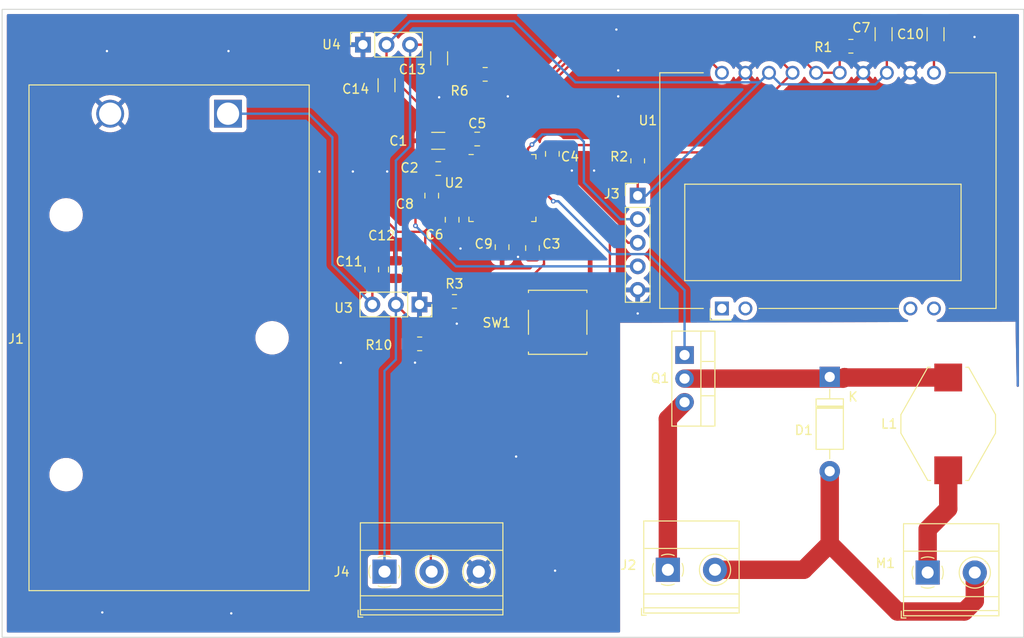
<source format=kicad_pcb>
(kicad_pcb (version 20211014) (generator pcbnew)
  (title_block (title "Ball Launcher for Pets") (date "2023-02-05") (comment 1 "Lucas Resende Carneiro - 11811ECP009") (comment 2 "Gabriel Cardoso Mendes de Ataide - 11811ECP008"))
  (layers (0 "F.Cu" signal) (31 "B.Cu" signal) (34 "B.Paste" user) (35 "F.Paste" user) (36 "B.SilkS" user "B.Silkscreen") (37 "F.SilkS" user "F.Silkscreen") (38 "B.Mask" user) (39 "F.Mask" user) (44 "Edge.Cuts" user))
  (net 0 "")
  (net 1 "+3V3")
  (net 2 "GND")
  (net 3 "/NRST")
  (net 4 "Net-(C9-Pad1)")
  (net 5 "Net-(C10-Pad1)")
  (net 6 "Net-(C11-Pad1)")
  (net 7 "+5V")
  (net 8 "Net-(D1-Pad1)")
  (net 9 "/GND 12V")
  (net 10 "+12V")
  (net 11 "/SWDIO")
  (net 12 "/SWCLK")
  (net 13 "/PA9")
  (net 14 "Net-(L1-Pad2)")
  (net 15 "/PA8")
  (net 16 "/PB12")
  (net 17 "Net-(R6-Pad2)")
  (net 22 "/PB7")
  (net 23 "/PB6")
  (net 24 "/PB5")
  (footprint "Capacitor_SMD:C_0805_2012Metric" (layer "F.Cu") (at 218.305 114.68 -90)
    (fp_text reference "C8" (at 0.9 2.9 180) (layer "F.SilkS"))
    (fp_text value "0.1uF")
    (pad "1" smd roundrect (at -0.95 0 270) (size 1 1.45) (layers "F.Cu" "F.Paste" "F.Mask") (net 3 "/NRST"))
    (pad "2" smd roundrect (at 0.95 0 270) (size 1 1.45) (layers "F.Cu" "F.Paste" "F.Mask") (net 2 "GND"))
  )
  (footprint "Resistor_SMD:R_0805_2012Metric" (layer "F.Cu") (at 263.48 98.58 180)
    (fp_text reference "R1" (at 2.975 -0.1) (layer "F.SilkS"))
    (fp_text value "2.2K")
    (pad "1" smd roundrect (at -0.9125 0 180) (size 1.025 1.4) (layers "F.Cu" "F.Paste" "F.Mask") (roundrect_rratio 0.243902) (net 1 "+3V3"))
    (pad "2" smd roundrect (at 0.9125 0 180) (size 1.025 1.4) (layers "F.Cu" "F.Paste" "F.Mask") (roundrect_rratio 0.243902) (net 22 "/PB7"))
  )
  (footprint "Capacitor_SMD:C_0805_2012Metric" (layer "F.Cu") (at 231.305 110.18 -90)
    (fp_text reference "C4" (at 0.3 -1.9 180) (layer "F.SilkS"))
    (fp_text value "100nF")
    (pad "1" smd roundrect (at -0.95 0 270) (size 1 1.45) (layers "F.Cu" "F.Paste" "F.Mask") (net 1 "+3V3"))
    (pad "2" smd roundrect (at 0.95 0 270) (size 1 1.45) (layers "F.Cu" "F.Paste" "F.Mask") (net 2 "GND"))
  )
  (footprint "Display:EA_DOGS104X-A" (layer "F.Cu") (at 249.575 126.8375 90)
    (fp_text reference "U1" (at 20.2575 -7.97 180) (layer "F.SilkS"))
    (fp_text value "EA_DOGS104B-A")
    (pad "1" thru_hole rect (at 0 0 90) (size 1.5 1.5) (drill 1) (layers *.Cu *.Mask))
    (pad "2" thru_hole circle (at 0 2.54 90) (size 1.5 1.5) (drill 1) (layers *.Cu *.Mask))
    (pad "9" thru_hole circle (at 0 20.32 90) (size 1.5 1.5) (drill 1) (layers *.Cu *.Mask))
    (pad "10" thru_hole circle (at 0 22.86 90) (size 1.5 1.5) (drill 1) (layers *.Cu *.Mask))
    (pad "11" thru_hole circle (at 25.4 22.86 90) (size 1.5 1.5) (drill 1) (layers *.Cu *.Mask) (net 5 "Net-(C10-Pad1)"))
    (pad "12" thru_hole circle (at 25.4 20.32 90) (size 1.5 1.5) (drill 1) (layers *.Cu *.Mask) (net 2 "GND"))
    (pad "13" thru_hole circle (at 25.4 17.78 90) (size 1.5 1.5) (drill 1) (layers *.Cu *.Mask) (net 1 "+3V3"))
    (pad "14" thru_hole circle (at 25.4 15.24 90) (size 1.5 1.5) (drill 1) (layers *.Cu *.Mask) (net 2 "GND"))
    (pad "15" thru_hole circle (at 25.4 12.7 90) (size 1.5 1.5) (drill 1) (layers *.Cu *.Mask) (net 22 "/PB7"))
    (pad "16" thru_hole circle (at 25.4 10.16 90) (size 1.5 1.5) (drill 1) (layers *.Cu *.Mask) (net 22 "/PB7"))
    (pad "17" thru_hole circle (at 25.4 7.62 90) (size 1.5 1.5) (drill 1) (layers *.Cu *.Mask) (net 23 "/PB6"))
    (pad "18" thru_hole circle (at 25.4 5.08 90) (size 1.5 1.5) (drill 1) (layers *.Cu *.Mask) (net 1 "+3V3"))
    (pad "19" thru_hole circle (at 25.4 2.54 90) (size 1.5 1.5) (drill 1) (layers *.Cu *.Mask) (net 2 "GND"))
    (pad "20" thru_hole circle (at 25.4 0 90) (size 1.5 1.5) (drill 1) (layers *.Cu *.Mask) (net 24 "/PB5"))
  )
  (footprint "Button_Switch_SMD:SW_SPST_B3S-1000" (layer "F.Cu") (at 231.88 128.33 180)
    (fp_text reference "SW1" (at 6.575 -0.05) (layer "F.SilkS"))
    (fp_text value "Button")
    (pad "1" smd rect (at 3.975 -2.25 180) (size 1.55 1.3) (layers "F.Cu" "F.Paste" "F.Mask") (net 2 "GND"))
    (pad "1" smd rect (at -3.975 -2.25 180) (size 1.55 1.3) (layers "F.Cu" "F.Paste" "F.Mask") (net 2 "GND"))
    (pad "2" smd rect (at -3.975 2.25 180) (size 1.55 1.3) (layers "F.Cu" "F.Paste" "F.Mask") (net 16 "/PB12"))
    (pad "2" smd rect (at 3.975 2.25 180) (size 1.55 1.3) (layers "F.Cu" "F.Paste" "F.Mask") (net 16 "/PB12"))
  )
  (footprint "Capacitor_SMD:C_1206_3216Metric" (layer "F.Cu") (at 219.005 108.77 180)
    (fp_text reference "C1" (at 4.3 -0.01) (layer "F.SilkS"))
    (fp_text value "10uF")
    (pad "1" smd roundrect (at -1.475 0 180) (size 1.15 1.8) (layers "F.Cu" "F.Paste" "F.Mask") (roundrect_rratio 0.217391) (net 1 "+3V3"))
    (pad "2" smd roundrect (at 1.475 0 180) (size 1.15 1.8) (layers "F.Cu" "F.Paste" "F.Mask") (roundrect_rratio 0.217391) (net 2 "GND"))
  )
  (footprint "Capacitor_SMD:C_0805_2012Metric" (layer "F.Cu") (at 225.89 120.231252 -90)
    (fp_text reference "C9" (at -0.351252 1.985 180) (layer "F.SilkS"))
    (fp_text value "4.7uF")
    (pad "1" smd roundrect (at -0.95 0 270) (size 1 1.45) (layers "F.Cu" "F.Paste" "F.Mask") (net 4 "Net-(C9-Pad1)"))
    (pad "2" smd roundrect (at 0.95 0 270) (size 1 1.45) (layers "F.Cu" "F.Paste" "F.Mask") (net 2 "GND"))
  )
  (footprint "Connector_PinHeader_2.54mm:PinHeader_1x05_P2.54mm_Vertical" (layer "F.Cu") (at 240.505 114.68)
    (fp_text reference "J3" (at -2.8 -0.2) (layer "F.SilkS"))
    (fp_text value "STLINK")
    (pad "1" thru_hole rect (at 0 0) (size 1.7 1.7) (drill 1) (layers *.Cu *.Mask) (net 1 "+3V3"))
    (pad "2" thru_hole oval (at 0 2.54) (size 1.7 1.7) (drill 1) (layers *.Cu *.Mask) (net 12 "/SWCLK"))
    (pad "3" thru_hole oval (at 0 5.08) (size 1.7 1.7) (drill 1) (layers *.Cu *.Mask) (net 11 "/SWDIO"))
    (pad "4" thru_hole oval (at 0 7.62) (size 1.7 1.7) (drill 1) (layers *.Cu *.Mask) (net 3 "/NRST"))
    (pad "5" thru_hole oval (at 0 10.16) (size 1.7 1.7) (drill 1) (layers *.Cu *.Mask) (net 2 "GND"))
  )
  (footprint "TerminalBlock_Phoenix:TerminalBlock_Phoenix_MKDS-1,5-2-5.08_1x02_P5.08mm_Horizontal" (layer "F.Cu") (at 271.755 155.3)
    (fp_text reference "M1" (at -4.555 -1) (layer "F.SilkS"))
    (fp_text value "Motor DC 50W")
    (pad "1" thru_hole rect (at 0 0) (size 2.6 2.6) (drill 1.3) (layers *.Cu *.Mask) (net 14 "Net-(L1-Pad2)"))
    (pad "2" thru_hole circle (at 5.08 0) (size 2.6 2.6) (drill 1.3) (layers *.Cu *.Mask) (net 9 "/GND 12V"))
  )
  (footprint "Capacitor_SMD:C_0805_2012Metric" (layer "F.Cu") (at 229.165 120.33 -90)
    (fp_text reference "C3" (at -0.45 -2.04 180) (layer "F.SilkS"))
    (fp_text value "100nF")
    (pad "1" smd roundrect (at -0.95 0 270) (size 1 1.45) (layers "F.Cu" "F.Paste" "F.Mask") (net 1 "+3V3"))
    (pad "2" smd roundrect (at 0.95 0 270) (size 1 1.45) (layers "F.Cu" "F.Paste" "F.Mask") (net 2 "GND"))
  )
  (footprint "Resistor_SMD:R_0805_2012Metric" (layer "F.Cu") (at 217.005 130.655)
    (fp_text reference "R10" (at -4.4 0.125) (layer "F.SilkS"))
    (fp_text value "10K")
    (pad "1" smd roundrect (at -0.9125 0) (size 1.025 1.4) (layers "F.Cu" "F.Paste" "F.Mask") (roundrect_rratio 0.243902) (net 7 "+5V"))
    (pad "2" smd roundrect (at 0.9125 0) (size 1.025 1.4) (layers "F.Cu" "F.Paste" "F.Mask") (roundrect_rratio 0.243902) (net 13 "/PA9"))
  )
  (footprint "Capacitor_SMD:C_1206_3216Metric" (layer "F.Cu") (at 219.105 99.88 -90)
    (fp_text reference "C13" (at 1.2 2.9 180) (layer "F.SilkS"))
    (fp_text value "4.7uF")
    (pad "1" smd roundrect (at -1.475 0 270) (size 1.15 1.8) (layers "F.Cu" "F.Paste" "F.Mask") (roundrect_rratio 0.217391) (net 7 "+5V"))
    (pad "2" smd roundrect (at 1.475 0 270) (size 1.15 1.8) (layers "F.Cu" "F.Paste" "F.Mask") (roundrect_rratio 0.217391) (net 2 "GND"))
  )
  (footprint "Battery:BatteryHolder_Eagle_12BH611-GR" (layer "F.Cu") (at 196.35 105.85 90)
    (fp_text reference "J1" (at -24.27 -22.85 180) (layer "F.SilkS"))
    (fp_text value "Battery 9V")
    (pad "" np_thru_hole circle (at -10.9 -17.45 90) (size 2.6 2.6) (drill 2.6) (layers *.Cu *.Mask))
    (pad "" np_thru_hole circle (at -38.9 -17.45 90) (size 2.6 2.6) (drill 2.6) (layers *.Cu *.Mask))
    (pad "" np_thru_hole circle (at -24.15 4.75 90) (size 2.6 2.6) (drill 2.6) (layers *.Cu *.Mask))
    (pad "1" thru_hole rect (at 0 0 90) (size 3 3) (drill 2.4) (layers *.Cu *.Mask) (net 6 "Net-(C11-Pad1)"))
    (pad "2" thru_hole circle (at 0 -12.7 90) (size 3 3) (drill 2.4) (layers *.Cu *.Mask) (net 2 "GND"))
  )
  (footprint "Capacitor_SMD:C_0805_2012Metric" (layer "F.Cu") (at 214.385 122.6475 90)
    (fp_text reference "C12" (at 3.6675 -1.48 180) (layer "F.SilkS"))
    (fp_text value "330nF")
    (pad "1" smd roundrect (at -0.95 0 90) (size 1 1.45) (layers "F.Cu" "F.Paste" "F.Mask") (net 7 "+5V"))
    (pad "2" smd roundrect (at 0.95 0 90) (size 1 1.45) (layers "F.Cu" "F.Paste" "F.Mask") (net 2 "GND"))
  )
  (footprint "Resistor_SMD:R_0805_2012Metric" (layer "F.Cu") (at 220.7525 126.0825)
    (fp_text reference "R3" (at 0 -1.9025) (layer "F.SilkS"))
    (fp_text value "10K")
    (pad "1" smd roundrect (at -0.9125 0) (size 1.025 1.4) (layers "F.Cu" "F.Paste" "F.Mask") (roundrect_rratio 0.243902) (net 1 "+3V3"))
    (pad "2" smd roundrect (at 0.9125 0) (size 1.025 1.4) (layers "F.Cu" "F.Paste" "F.Mask") (roundrect_rratio 0.243902) (net 16 "/PB12"))
  )
  (footprint "Connector_PinSocket_2.54mm:PinSocket_1x03_P2.54mm_Vertical" (layer "F.Cu") (at 216.985 126.41 -90)
    (fp_text reference "U3" (at 0.37 8.18 180) (layer "F.SilkS"))
    (fp_text value "LM1117-5.0")
    (pad "1" thru_hole rect (at 0 0 270) (size 1.7 1.7) (drill 1) (layers *.Cu *.Mask) (net 2 "GND"))
    (pad "2" thru_hole oval (at 0 2.54 270) (size 1.7 1.7) (drill 1) (layers *.Cu *.Mask) (net 7 "+5V"))
    (pad "3" thru_hole oval (at 0 5.08 270) (size 1.7 1.7) (drill 1) (layers *.Cu *.Mask) (net 6 "Net-(C11-Pad1)"))
  )
  (footprint "Capacitor_SMD:C_0805_2012Metric" (layer "F.Cu") (at 211.845 122.6475 90)
    (fp_text reference "C11" (at 0.8675 -2.44 180) (layer "F.SilkS"))
    (fp_text value "330nF")
    (pad "1" smd roundrect (at -0.95 0 90) (size 1 1.45) (layers "F.Cu" "F.Paste" "F.Mask") (net 6 "Net-(C11-Pad1)"))
    (pad "2" smd roundrect (at 0.95 0 90) (size 1 1.45) (layers "F.Cu" "F.Paste" "F.Mask") (net 2 "GND"))
  )
  (footprint "Resistor_SMD:R_0805_2012Metric" (layer "F.Cu") (at 224.065 101.6075)
    (fp_text reference "R6" (at -2.76 1.7725) (layer "F.SilkS"))
    (fp_text value "10K")
    (pad "1" smd roundrect (at -0.9125 0) (size 1.025 1.4) (layers "F.Cu" "F.Paste" "F.Mask") (roundrect_rratio 0.243902) (net 2 "GND"))
    (pad "2" smd roundrect (at 0.9125 0) (size 1.025 1.4) (layers "F.Cu" "F.Paste" "F.Mask") (roundrect_rratio 0.243902) (net 17 "Net-(R6-Pad2)"))
  )
  (footprint "Inductor_SMD:L_SigTra_SC3316F" (layer "F.Cu") (at 273.97 139.28 -90)
    (fp_text reference "L1" (at 0 6.365 180) (layer "F.SilkS"))
    (fp_text value "INDUCTOR")
    (pad "1" smd rect (at -5 0 270) (size 3 3) (layers "F.Cu" "F.Paste" "F.Mask") (net 8 "Net-(D1-Pad1)"))
    (pad "2" smd rect (at 5 0 270) (size 3 3) (layers "F.Cu" "F.Paste" "F.Mask") (net 14 "Net-(L1-Pad2)"))
  )
  (footprint "Resistor_SMD:R_0805_2012Metric" (layer "F.Cu") (at 240.505 110.93 90)
    (fp_text reference "R2" (at 0.45 -2 180) (layer "F.SilkS"))
    (fp_text value "2.2K")
    (pad "1" smd roundrect (at -0.9125 0 90) (size 1.025 1.4) (layers "F.Cu" "F.Paste" "F.Mask") (roundrect_rratio 0.243902) (net 1 "+3V3"))
    (pad "2" smd roundrect (at 0.9125 0 90) (size 1.025 1.4) (layers "F.Cu" "F.Paste" "F.Mask") (roundrect_rratio 0.243902) (net 23 "/PB6"))
  )
  (footprint "Capacitor_SMD:C_0805_2012Metric" (layer "F.Cu") (at 223.205 108.58)
    (fp_text reference "C5" (at 0 -1.68) (layer "F.SilkS"))
    (fp_text value "100nF")
    (pad "1" smd roundrect (at -0.95 0) (size 1 1.45) (layers "F.Cu" "F.Paste" "F.Mask") (net 1 "+3V3"))
    (pad "2" smd roundrect (at 0.95 0) (size 1 1.45) (layers "F.Cu" "F.Paste" "F.Mask") (net 2 "GND"))
  )
  (footprint "Capacitor_SMD:C_0805_2012Metric" (layer "F.Cu") (at 219.005 111.76 180)
    (fp_text reference "C2" (at 3.1 0.08) (layer "F.SilkS"))
    (fp_text value "100nF")
    (pad "1" smd roundrect (at -0.95 0 180) (size 1 1.45) (layers "F.Cu" "F.Paste" "F.Mask") (net 1 "+3V3"))
    (pad "2" smd roundrect (at 0.95 0 180) (size 1 1.45) (layers "F.Cu" "F.Paste" "F.Mask") (net 2 "GND"))
  )
  (footprint "Capacitor_SMD:C_0805_2012Metric" (layer "F.Cu") (at 220.505 117.28 -90)
    (fp_text reference "C6" (at 1.6 1.9 180) (layer "F.SilkS"))
    (fp_text value "100nF")
    (pad "1" smd roundrect (at -0.95 0 270) (size 1 1.45) (layers "F.Cu" "F.Paste" "F.Mask") (net 1 "+3V3"))
    (pad "2" smd roundrect (at 0.95 0 270) (size 1 1.45) (layers "F.Cu" "F.Paste" "F.Mask") (net 2 "GND"))
  )
  (footprint "Package_TO_SOT_THT:TO-220-3_Vertical" (layer "F.Cu") (at 245.555 131.86 -90)
    (fp_text reference "Q1" (at 2.48 2.645 180) (layer "F.SilkS"))
    (fp_text value "IRF540N")
    (pad "1" thru_hole rect (at 0 0 270) (size 1.905 2) (drill 1.1) (layers *.Cu *.Mask) (net 15 "/PA8"))
    (pad "2" thru_hole oval (at 2.54 0 270) (size 1.905 2) (drill 1.1) (layers *.Cu *.Mask) (net 8 "Net-(D1-Pad1)"))
    (pad "3" thru_hole oval (at 5.08 0 270) (size 1.905 2) (drill 1.1) (layers *.Cu *.Mask) (net 10 "+12V"))
  )
  (footprint "TerminalBlock_Phoenix:TerminalBlock_Phoenix_MKDS-1,5-2-5.08_1x02_P5.08mm_Horizontal" (layer "F.Cu") (at 243.755 155.005)
    (fp_text reference "J2" (at -4.255 -0.505 180) (layer "F.SilkS"))
    (fp_text value "Power Source 12V 2A ")
    (pad "1" thru_hole rect (at 0 0) (size 2.6 2.6) (drill 1.3) (layers *.Cu *.Mask) (net 10 "+12V"))
    (pad "2" thru_hole circle (at 5.08 0) (size 2.6 2.6) (drill 1.3) (layers *.Cu *.Mask) (net 9 "/GND 12V"))
  )
  (footprint "Connector_PinSocket_2.54mm:PinSocket_1x03_P2.54mm_Vertical" (layer "F.Cu") (at 210.8925 98.41 90)
    (fp_text reference "U4" (at 0.01 -3.3925 180) (layer "F.SilkS"))
    (fp_text value "LM1117-3.3")
    (pad "1" thru_hole rect (at 0 0 90) (size 1.7 1.7) (drill 1) (layers *.Cu *.Mask) (net 2 "GND"))
    (pad "2" thru_hole oval (at 0 2.54 90) (size 1.7 1.7) (drill 1) (layers *.Cu *.Mask) (net 1 "+3V3"))
    (pad "3" thru_hole oval (at 0 5.08 90) (size 1.7 1.7) (drill 1) (layers *.Cu *.Mask) (net 7 "+5V"))
  )
  (footprint "Package_DFN_QFN:QFN-48-1EP_7x7mm_P0.5mm_EP5.6x5.6mm" (layer "F.Cu") (at 225.925 113.86)
    (fp_text reference "U2" (at -5.225 -0.56) (layer "F.SilkS"))
    (fp_text value "STM32F411CEUx")
    (pad "1" smd roundrect (at -3.4375 -2.75) (size 0.875 0.25) (layers "F.Cu" "F.Paste" "F.Mask") (net 1 "+3V3"))
    (pad "2" smd roundrect (at -3.4375 -2.25) (size 0.875 0.25) (layers "F.Cu" "F.Paste" "F.Mask"))
    (pad "3" smd roundrect (at -3.4375 -1.75) (size 0.875 0.25) (layers "F.Cu" "F.Paste" "F.Mask"))
    (pad "4" smd roundrect (at -3.4375 -1.25) (size 0.875 0.25) (layers "F.Cu" "F.Paste" "F.Mask"))
    (pad "5" smd roundrect (at -3.4375 -0.75) (size 0.875 0.25) (layers "F.Cu" "F.Paste" "F.Mask"))
    (pad "6" smd roundrect (at -3.4375 -0.25) (size 0.875 0.25) (layers "F.Cu" "F.Paste" "F.Mask"))
    (pad "7" smd roundrect (at -3.4375 0.25) (size 0.875 0.25) (layers "F.Cu" "F.Paste" "F.Mask") (net 3 "/NRST"))
    (pad "8" smd roundrect (at -3.4375 0.75) (size 0.875 0.25) (layers "F.Cu" "F.Paste" "F.Mask") (net 2 "GND"))
    (pad "9" smd roundrect (at -3.4375 1.25) (size 0.875 0.25) (layers "F.Cu" "F.Paste" "F.Mask") (net 1 "+3V3"))
    (pad "10" smd roundrect (at -3.4375 1.75) (size 0.875 0.25) (layers "F.Cu" "F.Paste" "F.Mask"))
    (pad "11" smd roundrect (at -3.4375 2.25) (size 0.875 0.25) (layers "F.Cu" "F.Paste" "F.Mask"))
    (pad "12" smd roundrect (at -3.4375 2.75) (size 0.875 0.25) (layers "F.Cu" "F.Paste" "F.Mask"))
    (pad "13" smd roundrect (at -2.75 3.4375) (size 0.25 0.875) (layers "F.Cu" "F.Paste" "F.Mask"))
    (pad "14" smd roundrect (at -2.25 3.4375) (size 0.25 0.875) (layers "F.Cu" "F.Paste" "F.Mask"))
    (pad "15" smd roundrect (at -1.75 3.4375) (size 0.25 0.875) (layers "F.Cu" "F.Paste" "F.Mask"))
    (pad "16" smd roundrect (at -1.25 3.4375) (size 0.25 0.875) (layers "F.Cu" "F.Paste" "F.Mask"))
    (pad "17" smd roundrect (at -0.75 3.4375) (size 0.25 0.875) (layers "F.Cu" "F.Paste" "F.Mask"))
    (pad "18" smd roundrect (at -0.25 3.4375) (size 0.25 0.875) (layers "F.Cu" "F.Paste" "F.Mask"))
    (pad "19" smd roundrect (at 0.25 3.4375) (size 0.25 0.875) (layers "F.Cu" "F.Paste" "F.Mask"))
    (pad "20" smd roundrect (at 0.75 3.4375) (size 0.25 0.875) (layers "F.Cu" "F.Paste" "F.Mask"))
    (pad "21" smd roundrect (at 1.25 3.4375) (size 0.25 0.875) (layers "F.Cu" "F.Paste" "F.Mask"))
    (pad "22" smd roundrect (at 1.75 3.4375) (size 0.25 0.875) (layers "F.Cu" "F.Paste" "F.Mask") (net 4 "Net-(C9-Pad1)"))
    (pad "23" smd roundrect (at 2.25 3.4375) (size 0.25 0.875) (layers "F.Cu" "F.Paste" "F.Mask") (net 2 "GND"))
    (pad "24" smd roundrect (at 2.75 3.4375) (size 0.25 0.875) (layers "F.Cu" "F.Paste" "F.Mask") (net 1 "+3V3"))
    (pad "25" smd roundrect (at 3.4375 2.75) (size 0.875 0.25) (layers "F.Cu" "F.Paste" "F.Mask") (net 16 "/PB12"))
    (pad "26" smd roundrect (at 3.4375 2.25) (size 0.875 0.25) (layers "F.Cu" "F.Paste" "F.Mask"))
    (pad "27" smd roundrect (at 3.4375 1.75) (size 0.875 0.25) (layers "F.Cu" "F.Paste" "F.Mask"))
    (pad "28" smd roundrect (at 3.4375 1.25) (size 0.875 0.25) (layers "F.Cu" "F.Paste" "F.Mask"))
    (pad "29" smd roundrect (at 3.4375 0.75) (size 0.875 0.25) (layers "F.Cu" "F.Paste" "F.Mask") (net 15 "/PA8"))
    (pad "30" smd roundrect (at 3.4375 0.25) (size 0.875 0.25) (layers "F.Cu" "F.Paste" "F.Mask") (net 13 "/PA9"))
    (pad "31" smd roundrect (at 3.4375 -0.25) (size 0.875 0.25) (layers "F.Cu" "F.Paste" "F.Mask"))
    (pad "32" smd roundrect (at 3.4375 -0.75) (size 0.875 0.25) (layers "F.Cu" "F.Paste" "F.Mask"))
    (pad "33" smd roundrect (at 3.4375 -1.25) (size 0.875 0.25) (layers "F.Cu" "F.Paste" "F.Mask"))
    (pad "34" smd roundrect (at 3.4375 -1.75) (size 0.875 0.25) (layers "F.Cu" "F.Paste" "F.Mask") (net 11 "/SWDIO"))
    (pad "35" smd roundrect (at 3.4375 -2.25) (size 0.875 0.25) (layers "F.Cu" "F.Paste" "F.Mask") (net 2 "GND"))
    (pad "36" smd roundrect (at 3.4375 -2.75) (size 0.875 0.25) (layers "F.Cu" "F.Paste" "F.Mask") (net 1 "+3V3"))
    (pad "37" smd roundrect (at 2.75 -3.4375) (size 0.25 0.875) (layers "F.Cu" "F.Paste" "F.Mask") (net 12 "/SWCLK"))
    (pad "38" smd roundrect (at 2.25 -3.4375) (size 0.25 0.875) (layers "F.Cu" "F.Paste" "F.Mask"))
    (pad "39" smd roundrect (at 1.75 -3.4375) (size 0.25 0.875) (layers "F.Cu" "F.Paste" "F.Mask"))
    (pad "40" smd roundrect (at 1.25 -3.4375) (size 0.25 0.875) (layers "F.Cu" "F.Paste" "F.Mask"))
    (pad "41" smd roundrect (at 0.75 -3.4375) (size 0.25 0.875) (layers "F.Cu" "F.Paste" "F.Mask") (net 24 "/PB5"))
    (pad "42" smd roundrect (at 0.25 -3.4375) (size 0.25 0.875) (layers "F.Cu" "F.Paste" "F.Mask") (net 23 "/PB6"))
    (pad "43" smd roundrect (at -0.25 -3.4375) (size 0.25 0.875) (layers "F.Cu" "F.Paste" "F.Mask") (net 22 "/PB7"))
    (pad "44" smd roundrect (at -0.75 -3.4375) (size 0.25 0.875) (layers "F.Cu" "F.Paste" "F.Mask") (net 17 "Net-(R6-Pad2)"))
    (pad "45" smd roundrect (at -1.25 -3.4375) (size 0.25 0.875) (layers "F.Cu" "F.Paste" "F.Mask"))
    (pad "46" smd roundrect (at -1.75 -3.4375) (size 0.25 0.875) (layers "F.Cu" "F.Paste" "F.Mask"))
    (pad "47" smd roundrect (at -2.25 -3.4375) (size 0.25 0.875) (layers "F.Cu" "F.Paste" "F.Mask") (net 2 "GND"))
    (pad "48" smd roundrect (at -2.75 -3.4375) (size 0.25 0.875) (layers "F.Cu" "F.Paste" "F.Mask") (net 1 "+3V3"))
    (pad "49" smd rect (at 0 0) (size 5.6 5.6) (layers "F.Cu" "F.Mask") (net 2 "GND"))
  )
  (footprint "Capacitor_SMD:C_1206_3216Metric" (layer "F.Cu") (at 213.4325 102.778748 -90)
    (fp_text reference "C14" (at 0.401252 3.3275 180) (layer "F.SilkS"))
    (fp_text value "10uF")
    (pad "1" smd roundrect (at -1.475 0 270) (size 1.15 1.8) (layers "F.Cu" "F.Paste" "F.Mask") (roundrect_rratio 0.217391) (net 1 "+3V3"))
    (pad "2" smd roundrect (at 1.475 0 270) (size 1.15 1.8) (layers "F.Cu" "F.Paste" "F.Mask") (roundrect_rratio 0.217391) (net 2 "GND"))
  )
  (footprint "Capacitor_SMD:C_1206_3216Metric" (layer "F.Cu") (at 272.605 97.28 90)
    (fp_text reference "C10" (at 0 -2.7 180) (layer "F.SilkS"))
    (fp_text value "1uF")
    (pad "1" smd roundrect (at -1.475 0 90) (size 1.15 1.8) (layers "F.Cu" "F.Paste" "F.Mask") (roundrect_rratio 0.217391) (net 5 "Net-(C10-Pad1)"))
    (pad "2" smd roundrect (at 1.475 0 90) (size 1.15 1.8) (layers "F.Cu" "F.Paste" "F.Mask") (roundrect_rratio 0.217391) (net 2 "GND"))
  )
  (footprint "Capacitor_SMD:C_1206_3216Metric" (layer "F.Cu") (at 267.005 97.28 90)
    (fp_text reference "C7" (at 0.7 -2.4 180) (layer "F.SilkS"))
    (fp_text value "1uF")
    (pad "1" smd roundrect (at -1.475 0 90) (size 1.15 1.8) (layers "F.Cu" "F.Paste" "F.Mask") (roundrect_rratio 0.217391) (net 1 "+3V3"))
    (pad "2" smd roundrect (at 1.475 0 90) (size 1.15 1.8) (layers "F.Cu" "F.Paste" "F.Mask") (roundrect_rratio 0.217391) (net 2 "GND"))
  )
  (footprint "Diode_THT:D_DO-41_SOD81_P10.16mm_Horizontal" (layer "F.Cu") (at 261.2 134.22 -90)
    (fp_text reference "D1" (at 5.74 2.795 180) (layer "F.SilkS"))
    (fp_text value "1N4001")
    (fp_text user "K" (at 2.14 -2.505 180) (layer "F.SilkS"))
    (pad "1" thru_hole rect (at 0 0 270) (size 2.2 2.2) (drill 1.1) (layers *.Cu *.Mask) (net 8 "Net-(D1-Pad1)"))
    (pad "2" thru_hole oval (at 10.16 0 270) (size 2.2 2.2) (drill 1.1) (layers *.Cu *.Mask) (net 9 "/GND 12V"))
  )
  (footprint "TerminalBlock_Phoenix:TerminalBlock_Phoenix_MKDS-1,5-3-5.08_1x03_P5.08mm_Horizontal" (layer "F.Cu") (at 213.215 155.205)
    (fp_text reference "J4" (at -4.622 0.02) (layer "F.SilkS"))
    (fp_text value "Proximity Sensor E18-D80NK")
    (pad "1" thru_hole rect (at 0 0) (size 2.6 2.6) (drill 1.3) (layers *.Cu *.Mask) (net 7 "+5V"))
    (pad "2" thru_hole circle (at 5.08 0) (size 2.6 2.6) (drill 1.3) (layers *.Cu *.Mask) (net 13 "/PA9"))
    (pad "3" thru_hole circle (at 10.16 0) (size 2.6 2.6) (drill 1.3) (layers *.Cu *.Mask) (net 2 "GND"))
  )
  (gr_rect (start 172.005 94.6) (end 282.105 162.28) (layer "Edge.Cuts") (width 0.1) (fill none))
  (segment (start 228.675 117.2975) (end 228.675 118.89) (width 0.254) (layer "F.Cu") (net 1))
  (segment (start 223.175 109.5) (end 222.255 108.58) (width 0.254) (layer "F.Cu") (net 1))
  (segment (start 220.505 116.33) (end 219.755 116.33) (width 0.254) (layer "F.Cu") (net 1))
  (segment (start 264.3925 98.58) (end 266.83 98.58) (width 0.254) (layer "F.Cu") (net 1))
  (segment (start 240.505 111.8425) (end 240.505 114.68) (width 0.254) (layer "F.Cu") (net 1))
  (segment (start 219.84 125.09875) (end 219.84 126.0825) (width 0.254) (layer "F.Cu") (net 1))
  (segment (start 229.205 123.28) (end 225.265 123.28) (width 0.254) (layer "F.Cu") (net 1))
  (segment (start 222.4875 115.11) (end 221.725 115.11) (width 0.254) (layer "F.Cu") (net 1))
  (segment (start 213.4325 101.303748) (end 212.381252 101.303748) (width 0.254) (layer "F.Cu") (net 1))
  (segment (start 267.355 99.105) (end 267.355 101.4375) (width 0.254) (layer "F.Cu") (net 1))
  (segment (start 217.605 118.48) (end 217.605 118.58) (width 0.254) (layer "F.Cu") (net 1))
  (segment (start 213.4325 98.41) (end 213.4325 101.303748) (width 0.254) (layer "F.Cu") (net 1))
  (segment (start 229.3625 111.11) (end 229.425 111.11) (width 0.254) (layer "F.Cu") (net 1))
  (segment (start 266.83 98.58) (end 267.005 98.755) (width 0.254) (layer "F.Cu") (net 1))
  (segment (start 220.48 108.77) (end 220.805 108.445) (width 0.254) (layer "F.Cu") (net 1))
  (segment (start 214.605 118.58) (end 217.605 118.58) (width 0.254) (layer "F.Cu") (net 1))
  (segment (start 228.675 118.89) (end 229.165 119.38) (width 0.254) (layer "F.Cu") (net 1))
  (segment (start 220.48 111.235) (end 219.955 111.76) (width 0.254) (layer "F.Cu") (net 1))
  (segment (start 220.67 108.58) (end 220.48 108.77) (width 0.254) (layer "F.Cu") (net 1))
  (segment (start 230.405 122.08) (end 229.205 123.28) (width 0.254) (layer "F.Cu") (net 1))
  (segment (start 212.381252 101.303748) (end 212.005 101.68) (width 0.254) (layer "F.Cu") (net 1))
  (segment (start 230.405 120.62) (end 229.165 119.38) (width 0.254) (layer "F.Cu") (net 1))
  (segment (start 222.4875 111.11) (end 220.605 111.11) (width 0.254) (layer "F.Cu") (net 1))
  (segment (start 217.605 122.86375) (end 219.763125 125.021875) (width 0.254) (layer "F.Cu") (net 1))
  (segment (start 219.763125 125.021875) (end 219.84 125.09875) (width 0.254) (layer "F.Cu") (net 1))
  (segment (start 230.405 120.62) (end 230.405 122.08) (width 0.254) (layer "F.Cu") (net 1))
  (segment (start 212.005 101.68) (end 212.005 115.98) (width 0.254) (layer "F.Cu") (net 1))
  (segment (start 219.755 116.33) (end 217.605 118.48) (width 0.254) (layer "F.Cu") (net 1))
  (segment (start 220.605 111.11) (end 219.955 111.76) (width 0.254) (layer "F.Cu") (net 1))
  (segment (start 220.48 108.77) (end 220.48 111.235) (width 0.254) (layer "F.Cu") (net 1))
  (segment (start 267.005 98.755) (end 267.355 99.105) (width 0.254) (layer "F.Cu") (net 1))
  (segment (start 217.605 118.58) (end 217.605 122.86375) (width 0.254) (layer "F.Cu") (net 1))
  (segment (start 223.175 110.4225) (end 223.175 109.5) (width 0.254) (layer "F.Cu") (net 1))
  (segment (start 231.305 109.23) (end 235.555 109.23) (width 0.254) (layer "F.Cu") (net 1))
  (segment (start 220.48 108.351248) (end 213.4325 101.303748) (width 0.254) (layer "F.Cu") (net 1))
  (segment (start 222.255 108.58) (end 220.67 108.58) (width 0.254) (layer "F.Cu") (net 1))
  (segment (start 223.523125 125.021875) (end 219.763125 125.021875) (width 0.254) (layer "F.Cu") (net 1))
  (segment (start 221.725 115.11) (end 220.505 116.33) (width 0.254) (layer "F.Cu") (net 1))
  (segment (start 212.005 115.98) (end 214.605 118.58) (width 0.254) (layer "F.Cu") (net 1))
  (segment (start 240.4675 111.88) (end 240.505 111.8425) (width 0.254) (layer "F.Cu") (net 1))
  (segment (start 225.265 123.28) (end 223.523125 125.021875) (width 0.254) (layer "F.Cu") (net 1))
  (segment (start 238.205 111.88) (end 240.4675 111.88) (width 0.254) (layer "F.Cu") (net 1))
  (segment (start 220.48 108.77) (end 220.48 108.351248) (width 0.254) (layer "F.Cu") (net 1))
  (segment (start 229.425 111.11) (end 231.305 109.23) (width 0.254) (layer "F.Cu") (net 1))
  (segment (start 235.555 109.23) (end 238.205 111.88) (width 0.254) (layer "F.Cu") (net 1))
  (segment (start 266.1125 102.68) (end 267.355 101.4375) (width 0.254) (layer "B.Cu") (net 1))
  (segment (start 215.9625 95.88) (end 227.205 95.88) (width 0.254) (layer "B.Cu") (net 1))
  (segment (start 254.655 101.4375) (end 241.4125 114.68) (width 0.254) (layer "B.Cu") (net 1))
  (segment (start 241.4125 114.68) (end 240.505 114.68) (width 0.254) (layer "B.Cu") (net 1))
  (segment (start 253.6256 102.4669) (end 233.7919 102.4669) (width 0.254) (layer "B.Cu") (net 1))
  (segment (start 255.8975 102.68) (end 266.1125 102.68) (width 0.254) (layer "B.Cu") (net 1))
  (segment (start 233.7919 102.4669) (end 227.205 95.88) (width 0.254) (layer "B.Cu") (net 1))
  (segment (start 215.9625 95.88) (end 213.4325 98.41) (width 0.254) (layer "B.Cu") (net 1))
  (segment (start 254.655 101.4375) (end 253.6256 102.4669) (width 0.254) (layer "B.Cu") (net 1))
  (segment (start 254.655 101.4375) (end 255.8975 102.68) (width 0.254) (layer "B.Cu") (net 1))
  (segment (start 222.4875 114.61) (end 225.175 114.61) (width 0.254) (layer "F.Cu") (net 2))
  (segment (start 229.3625 111.61) (end 228.175 111.61) (width 0.254) (layer "F.Cu") (net 2))
  (segment (start 219.3575 101.6075) (end 223.1525 101.6075) (width 0.254) (layer "F.Cu") (net 2))
  (segment (start 230.825 111.61) (end 231.305 111.13) (width 0.254) (layer "F.Cu") (net 2))
  (segment (start 227.905 132.23) (end 228.43 132.755) (width 0.508) (layer "F.Cu") (net 2))
  (segment (start 225.175 114.61) (end 225.925 113.86) (width 0.254) (layer "F.Cu") (net 2))
  (segment (start 219.325 114.61) (end 222.4875 114.61) (width 0.254) (layer "F.Cu") (net 2))
  (segment (start 235.33 132.755) (end 235.855 132.23) (width 0.508) (layer "F.Cu") (net 2))
  (segment (start 228.175 117.2975) (end 228.175 116.11) (width 0.254) (layer "F.Cu") (net 2))
  (segment (start 227.905 130.58) (end 227.905 132.23) (width 0.508) (layer "F.Cu") (net 2))
  (segment (start 223.675 109.06) (end 224.155 108.58) (width 0.254) (layer "F.Cu") (net 2))
  (segment (start 229.3625 111.61) (end 230.825 111.61) (width 0.254) (layer "F.Cu") (net 2))
  (segment (start 218.305 115.63) (end 219.325 114.61) (width 0.254) (layer "F.Cu") (net 2))
  (segment (start 223.675 110.4225) (end 223.675 109.06) (width 0.254) (layer "F.Cu") (net 2))
  (segment (start 228.175 111.61) (end 225.925 113.86) (width 0.254) (layer "F.Cu") (net 2))
  (segment (start 219.105 101.355) (end 219.3575 101.6075) (width 0.254) (layer "F.Cu") (net 2))
  (segment (start 225.89 121.181252) (end 226.103748 121.181252) (width 0.254) (layer "F.Cu") (net 2))
  (segment (start 228.43 132.755) (end 235.33 132.755) (width 0.508) (layer "F.Cu") (net 2))
  (segment (start 228.175 116.11) (end 225.925 113.86) (width 0.254) (layer "F.Cu") (net 2))
  (segment (start 235.855 132.23) (end 235.855 130.58) (width 0.508) (layer "F.Cu") (net 2))
  (via (at 213.505 112.08) (size 0.508) (drill 0.254) (layers "F.Cu" "B.Cu") (net 2))
  (via (at 221.005 128.48) (size 0.508) (drill 0.254) (layers "F.Cu" "B.Cu") (net 2))
  (via (at 216.505 132.68) (size 0.508) (drill 0.254) (layers "F.Cu" "B.Cu") (net 2))
  (via (at 238.405 101.18) (size 0.508) (drill 0.254) (layers "F.Cu" "B.Cu") (net 2))
  (via (at 209.805 112.08) (size 0.508) (drill 0.254) (layers "F.Cu" "B.Cu") (net 2))
  (via (at 226.505 103.98) (size 0.508) (drill 0.254) (layers "F.Cu" "B.Cu") (net 2))
  (via (at 227.605 121.28) (size 0.508) (drill 0.254) (layers "F.Cu" "B.Cu") (net 2))
  (via (at 196.4 99.1) (size 0.508) (drill 0.254) (layers "F.Cu" "B.Cu") (net 2))
  (via (at 208.5 132.7) (size 0.508) (drill 0.254) (layers "F.Cu" "B.Cu") (net 2))
  (via (at 196.7 159.7) (size 0.508) (drill 0.254) (layers "F.Cu" "B.Cu") (net 2))
  (via (at 182.8 159.6) (size 0.508) (drill 0.254) (layers "F.Cu" "B.Cu") (net 2))
  (via (at 183.3 99.1) (size 0.508) (drill 0.254) (layers "F.Cu" "B.Cu") (net 2))
  (via (at 276.805 97.58) (size 0.508) (drill 0.254) (layers "F.Cu" "B.Cu") (net 2))
  (via (at 235.805 111.98) (size 0.508) (drill 0.254) (layers "F.Cu" "B.Cu") (net 2))
  (via (at 206.2 112.1) (size 0.508) (drill 0.254) (layers "F.Cu" "B.Cu") (net 2))
  (via (at 238.405 103.98) (size 0.508) (drill 0.254) (layers "F.Cu" "B.Cu") (net 2))
  (via (at 238.205 96.78) (size 0.508) (drill 0.254) (layers "F.Cu" "B.Cu") (net 2))
  (via (at 221.405 120.38) (size 0.508) (drill 0.254) (layers "F.Cu" "B.Cu") (net 2))
  (via (at 231.6 155.1) (size 0.508) (drill 0.254) (layers "F.Cu" "B.Cu") (net 2))
  (via (at 227.4 142.8) (size 0.508) (drill 0.254) (layers "F.Cu" "B.Cu") (net 2))
  (via (at 219.105 104.08) (size 0.508) (drill 0.254) (layers "F.Cu" "B.Cu") (net 2))
  (via (at 233.405 111.98) (size 0.508) (drill 0.254) (layers "F.Cu" "B.Cu") (net 2))
  (via (at 240.505 127.38) (size 0.508) (drill 0.254) (layers "F.Cu" "B.Cu") (net 2))
  (segment (start 218.305 113.73) (end 217.255 113.73) (width 0.254) (layer "F.Cu") (net 3))
  (segment (start 217.255 113.73) (end 216.555 114.43) (width 0.254) (layer "F.Cu") (net 3))
  (segment (start 222.4875 114.11) (end 218.685 114.11) (width 0.254) (layer "F.Cu") (net 3))
  (segment (start 216.555 114.43) (end 216.555 117.93) (width 0.254) (layer "F.Cu") (net 3))
  (segment (start 218.685 114.11) (end 218.305 113.73) (width 0.254) (layer "F.Cu") (net 3))
  (via (at 216.555 117.93) (size 0.508) (drill 0.254) (layers "F.Cu" "B.Cu") (net 3))
  (segment (start 220.925 122.3) (end 216.555 117.93) (width 0.254) (layer "B.Cu") (net 3))
  (segment (start 240.505 122.3) (end 220.925 122.3) (width 0.254) (layer "B.Cu") (net 3))
  (segment (start 227.303748 119.281252) (end 225.89 119.281252) (width 0.254) (layer "F.Cu") (net 4))
  (segment (start 227.675 118.91) (end 227.303748 119.281252) (width 0.254) (layer "F.Cu") (net 4))
  (segment (start 227.675 117.2975) (end 227.675 118.91) (width 0.254) (layer "F.Cu") (net 4))
  (segment (start 272.435 98.925) (end 272.435 101.4375) (width 0.254) (layer "F.Cu") (net 5))
  (segment (start 272.605 98.755) (end 272.435 98.925) (width 0.254) (layer "F.Cu") (net 5))
  (segment (start 211.845 123.5975) (end 211.905 123.6575) (width 0.254) (layer "F.Cu") (net 6))
  (segment (start 211.905 123.6575) (end 211.905 126.41) (width 0.254) (layer "F.Cu") (net 6))
  (segment (start 207.6 122.105) (end 211.905 126.41) (width 0.254) (layer "B.Cu") (net 6))
  (segment (start 205.05 105.85) (end 207.6 108.4) (width 0.254) (layer "B.Cu") (net 6))
  (segment (start 207.6 108.4) (end 207.6 122.105) (width 0.254) (layer "B.Cu") (net 6))
  (segment (start 196.35 105.85) (end 205.05 105.85) (width 0.254) (layer "B.Cu") (net 6))
  (segment (start 219.105 98.405) (end 219.1 98.41) (width 0.254) (layer "F.Cu") (net 7))
  (segment (start 214.445 123.6575) (end 214.445 126.41) (width 0.254) (layer "F.Cu") (net 7))
  (segment (start 216.0925 128.0575) (end 214.445 126.41) (width 0.254) (layer "F.Cu") (net 7))
  (segment (start 214.385 123.5975) (end 214.445 123.6575) (width 0.254) (layer "F.Cu") (net 7))
  (segment (start 219.1 98.41) (end 215.9725 98.41) (width 0.254) (layer "F.Cu") (net 7))
  (segment (start 216.0925 130.655) (end 216.0925 128.0575) (width 0.254) (layer "F.Cu") (net 7))
  (segment (start 214.445 132.34) (end 214.445 126.41) (width 0.254) (layer "B.Cu") (net 7))
  (segment (start 213.215 155.205) (end 213.215 133.57) (width 0.254) (layer "B.Cu") (net 7))
  (segment (start 215.9725 109.366842) (end 215.9725 98.41) (width 0.254) (layer "B.Cu") (net 7))
  (segment (start 214.445 110.894342) (end 215.9725 109.366842) (width 0.254) (layer "B.Cu") (net 7))
  (segment (start 213.215 133.57) (end 214.445 132.34) (width 0.254) (layer "B.Cu") (net 7))
  (segment (start 214.445 126.41) (end 214.445 110.894342) (width 0.254) (layer "B.Cu") (net 7))
  (segment (start 262.64 134.4) (end 262.8 134.24) (width 1.9812) (layer "F.Cu") (net 8))
  (segment (start 273.97 134.28) (end 262.84 134.28) (width 1.9812) (layer "F.Cu") (net 8))
  (segment (start 262.84 134.28) (end 262.8 134.24) (width 1.9812) (layer "F.Cu") (net 8))
  (segment (start 245.555 134.4) (end 262.64 134.4) (width 1.9812) (layer "F.Cu") (net 8))
  (segment (start 261.2 152.2) (end 258.395 155.005) (width 1.9812) (layer "F.Cu") (net 9))
  (segment (start 261.2 144.38) (end 261.2 152.2) (width 1.9812) (layer "F.Cu") (net 9))
  (segment (start 276.835 158.365) (end 275.7 159.5) (width 1.9812) (layer "F.Cu") (net 9))
  (segment (start 268.5 159.5) (end 261.2 152.2) (width 1.9812) (layer "F.Cu") (net 9))
  (segment (start 275.7 159.5) (end 268.5 159.5) (width 1.9812) (layer "F.Cu") (net 9))
  (segment (start 276.835 155.3) (end 276.835 158.365) (width 1.9812) (layer "F.Cu") (net 9))
  (segment (start 258.395 155.005) (end 248.835 155.005) (width 1.9812) (layer "F.Cu") (net 9))
  (segment (start 243.755 155.005) (end 243.755 138.74) (width 1.9812) (layer "F.Cu") (net 10))
  (segment (start 243.755 138.74) (end 245.555 136.94) (width 1.9812) (layer "F.Cu") (net 10))
  (segment (start 239.485 119.76) (end 240.505 119.76) (width 0.254) (layer "F.Cu") (net 11))
  (segment (start 231.835 112.11) (end 239.485 119.76) (width 0.254) (layer "F.Cu") (net 11))
  (segment (start 229.3625 112.11) (end 231.835 112.11) (width 0.254) (layer "F.Cu") (net 11))
  (segment (start 228.675 110.4225) (end 228.675 109.61) (width 0.254) (layer "F.Cu") (net 12))
  (segment (start 228.675 109.61) (end 229.105 109.18) (width 0.254) (layer "F.Cu") (net 12))
  (via (at 229.105 109.18) (size 0.508) (drill 0.254) (layers "F.Cu" "B.Cu") (net 12))
  (segment (start 230.205 108.08) (end 229.105 109.18) (width 0.254) (layer "B.Cu") (net 12))
  (segment (start 234.705 108.88) (end 233.905 108.08) (width 0.254) (layer "B.Cu") (net 12))
  (segment (start 234.705 113.28) (end 234.705 108.88) (width 0.254) (layer "B.Cu") (net 12))
  (segment (start 240.505 117.22) (end 238.645 117.22) (width 0.254) (layer "B.Cu") (net 12))
  (segment (start 238.645 117.22) (end 234.705 113.28) (width 0.254) (layer "B.Cu") (net 12))
  (segment (start 233.905 108.08) (end 230.205 108.08) (width 0.254) (layer "B.Cu") (net 12))
  (segment (start 227.605 134.18) (end 224.08 130.655) (width 0.254) (layer "F.Cu") (net 13))
  (segment (start 218.207 130.9445) (end 218.207 155.117) (width 0.254) (layer "F.Cu") (net 13))
  (segment (start 229.3625 114.11) (end 232.860264 114.11) (width 0.254) (layer "F.Cu") (net 13))
  (segment (start 224.08 130.655) (end 217.9175 130.655) (width 0.254) (layer "F.Cu") (net 13))
  (segment (start 237.505 118.754736) (end 237.505 134.18) (width 0.254) (layer "F.Cu") (net 13))
  (segment (start 217.9175 130.655) (end 218.207 130.9445) (width 0.254) (layer "F.Cu") (net 13))
  (segment (start 218.207 155.117) (end 218.295 155.205) (width 0.254) (layer "F.Cu") (net 13))
  (segment (start 232.860264 114.11) (end 237.505 118.754736) (width 0.254) (layer "F.Cu") (net 13))
  (segment (start 237.505 134.18) (end 227.605 134.18) (width 0.254) (layer "F.Cu") (net 13))
  (segment (start 271.755 155.3) (end 271.755 150.645) (width 1.9812) (layer "F.Cu") (net 14))
  (segment (start 273.97 148.43) (end 273.97 144.28) (width 1.9812) (layer "F.Cu") (net 14))
  (segment (start 271.755 150.645) (end 273.97 148.43) (width 1.9812) (layer "F.Cu") (net 14))
  (segment (start 230.735 114.61) (end 231.405 115.28) (width 0.254) (layer "F.Cu") (net 15))
  (segment (start 229.3625 114.61) (end 230.735 114.61) (width 0.254) (layer "F.Cu") (net 15))
  (via (at 231.405 115.28) (size 0.508) (drill 0.254) (layers "F.Cu" "B.Cu") (net 15))
  (segment (start 245.555 131.86) (end 245.555 124.8763) (width 0.254) (layer "B.Cu") (net 15))
  (segment (start 245.555 124.8763) (end 241.6587 120.98) (width 0.254) (layer "B.Cu") (net 15))
  (segment (start 231.945 115.28) (end 237.645 120.98) (width 0.254) (layer "B.Cu") (net 15))
  (segment (start 237.645 120.98) (end 241.6587 120.98) (width 0.254) (layer "B.Cu") (net 15))
  (segment (start 231.405 115.28) (end 231.945 115.28) (width 0.254) (layer "B.Cu") (net 15))
  (segment (start 235.38 121.255) (end 230.805 116.68) (width 0.508) (layer "F.Cu") (net 16))
  (segment (start 235.38 123.855) (end 235.88 124.355) (width 0.508) (layer "F.Cu") (net 16))
  (segment (start 235.855 124.38) (end 235.855 126.08) (width 0.508) (layer "F.Cu") (net 16))
  (segment (start 229.3625 116.61) (end 230.735 116.61) (width 0.254) (layer "F.Cu") (net 16))
  (segment (start 227.905 124.63) (end 228.68 123.855) (width 0.508) (layer "F.Cu") (net 16))
  (segment (start 221.6675 126.08) (end 221.665 126.0825) (width 0.508) (layer "F.Cu") (net 16))
  (segment (start 230.735 116.61) (end 230.805 116.68) (width 0.254) (layer "F.Cu") (net 16))
  (segment (start 235.88 124.355) (end 235.855 124.38) (width 0.508) (layer "F.Cu") (net 16))
  (segment (start 228.68 123.855) (end 235.38 123.855) (width 0.508) (layer "F.Cu") (net 16))
  (segment (start 227.905 124.63) (end 227.905 126.08) (width 0.508) (layer "F.Cu") (net 16))
  (segment (start 227.905 126.08) (end 221.6675 126.08) (width 0.508) (layer "F.Cu") (net 16))
  (segment (start 235.38 123.855) (end 235.38 121.255) (width 0.508) (layer "F.Cu") (net 16))
  (segment (start 225.175 101.805) (end 224.9775 101.6075) (width 0.254) (layer "F.Cu") (net 17))
  (segment (start 225.175 110.4225) (end 225.175 101.805) (width 0.254) (layer "F.Cu") (net 17))
  (segment (start 262.275 98.8725) (end 262.275 101.4375) (width 0.254) (layer "F.Cu") (net 22))
  (segment (start 225.675 110.4225) (end 225.675 106.71) (width 0.254) (layer "F.Cu") (net 22))
  (segment (start 262.5675 98.58) (end 262.275 98.8725) (width 0.254) (layer "F.Cu") (net 22))
  (segment (start 233.9686 98.4164) (end 256.7139 98.4164) (width 0.254) (layer "F.Cu") (net 22))
  (segment (start 225.675 106.71) (end 233.9686 98.4164) (width 0.254) (layer "F.Cu") (net 22))
  (segment (start 256.7139 98.4164) (end 259.735 101.4375) (width 0.254) (layer "F.Cu") (net 22))
  (segment (start 259.735 101.4375) (end 262.275 101.4375) (width 0.254) (layer "F.Cu") (net 22))
  (segment (start 234.2114 98.8736) (end 254.6311 98.8736) (width 0.254) (layer "F.Cu") (net 23))
  (segment (start 240.505 110.0175) (end 248.615 110.0175) (width 0.254) (layer "F.Cu") (net 23))
  (segment (start 226.175 106.91) (end 234.2114 98.8736) (width 0.254) (layer "F.Cu") (net 23))
  (segment (start 226.175 110.4225) (end 226.175 106.91) (width 0.254) (layer "F.Cu") (net 23))
  (segment (start 248.615 110.0175) (end 257.195 101.4375) (width 0.254) (layer "F.Cu") (net 23))
  (segment (start 254.6311 98.8736) (end 257.195 101.4375) (width 0.254) (layer "F.Cu") (net 23))
  (segment (start 234.4542 99.3308) (end 247.4683 99.3308) (width 0.254) (layer "F.Cu") (net 24))
  (segment (start 226.675 110.4225) (end 226.675 107.11) (width 0.254) (layer "F.Cu") (net 24))
  (segment (start 247.4683 99.3308) (end 249.575 101.4375) (width 0.254) (layer "F.Cu") (net 24))
  (segment (start 226.675 107.11) (end 234.4542 99.3308) (width 0.254) (layer "F.Cu") (net 24))
  (zone (net 2) (net_name "GND") (layers F&B.Cu) (connect_pads (clearance 0.508)) (min_thickness 0.254) (fill yes (thermal_gap 0.508) (thermal_bridge_width 0.508))
    (polygon (pts (xy 282.105 162.28) (xy 171.774872 162.380457) (xy 172.074872 94.680457) (xy 282.105 94.58)))
  )
  (zone (net 0) (net_name "") (layers F&B.Cu) (connect_pads (clearance 0)) (min_thickness 0.254)
    (keepout (tracks allowed) (vias allowed) (pads allowed) (copperpour not_allowed) (footprints allowed))
    (fill (thermal_gap 0.508) (thermal_bridge_width 0.508))
    (polygon (pts (xy 281.820823 161.763598) (xy 238.605 161.78) (xy 238.605 128.38) (xy 241.805 128.38) (xy 281.220823 128.263598)))
  )
  (zone (net 0) (net_name "") (layer "F.Cu") (connect_pads (clearance 0)) (min_thickness 0.254)
    (keepout (tracks not_allowed) (vias not_allowed) (pads not_allowed) (copperpour not_allowed) (footprints allowed))
    (fill (thermal_gap 0.508) (thermal_bridge_width 0.508))
    (polygon (pts (xy 234.905 125.28) (xy 234.905 127.18) (xy 234.905 127.38) (xy 236.705 127.38) (xy 236.705 129.18) (xy 234.805 129.18) (xy 234.805 129.68) (xy 234.805 131.48) (xy 235.505 131.88) (xy 228.205 131.88) (xy 229.405 131.38) (xy 229.405 129.48) (xy 228.805 129.48) (xy 226.605 129.88) (xy 226.605 126.98) (xy 229.005 127.28) (xy 229.305 126.98) (xy 229.305 125.28) (xy 229.105 124.78) (xy 234.905 124.78)))
  )
)
</source>
